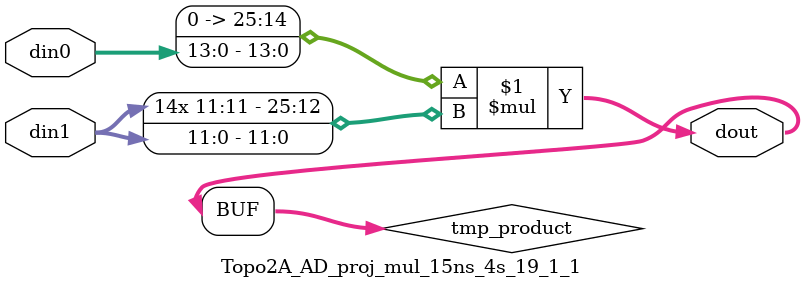
<source format=v>

`timescale 1 ns / 1 ps

 (* use_dsp = "no" *)  module Topo2A_AD_proj_mul_15ns_4s_19_1_1(din0, din1, dout);
parameter ID = 1;
parameter NUM_STAGE = 0;
parameter din0_WIDTH = 14;
parameter din1_WIDTH = 12;
parameter dout_WIDTH = 26;

input [din0_WIDTH - 1 : 0] din0; 
input [din1_WIDTH - 1 : 0] din1; 
output [dout_WIDTH - 1 : 0] dout;

wire signed [dout_WIDTH - 1 : 0] tmp_product;

























assign tmp_product = $signed({1'b0, din0}) * $signed(din1);










assign dout = tmp_product;





















endmodule

</source>
